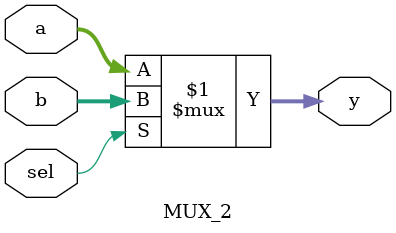
<source format=v>
`timescale 1ns / 1ps

module MUX_2 #(parameter mux_width= 32)(
    input [mux_width-1:0] a,b,
    input sel,
    output [mux_width-1:0] y);
    
    assign y = sel ? b : a; // if select = 1 pick b, otherwise pick a (a = 0, b = 1)

endmodule
</source>
